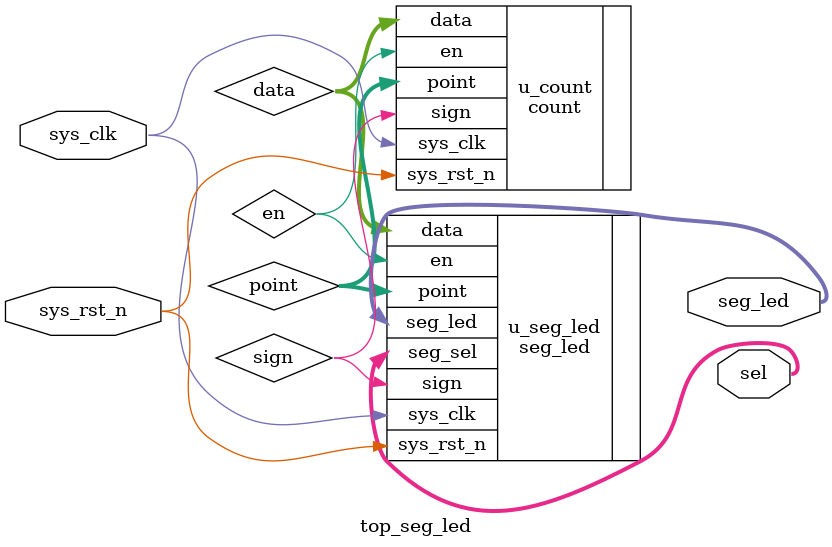
<source format=v>
/*******************************************************************************
@Author: H 
@Associated Filename: top_seg_led.v
@Purpose: top module of top_seg_led
@Device: All 
@Version: 1.0
@Data: 2021/09/10 18:06:44

*******************************************************************************/
module top_seg_led (
    input sys_clk,
    input sys_rst_n,

    output [5:0] sel,
    output [7:0] seg_led
);
    parameter TIME_SHOW = 25'd25000_000;
    wire [19:0] data;   // digital tube show up num
    wire [5:0] point;   // the Decimal point of num
    wire en;            // enable
    wire sign;          // num of Sign bit
    /*******************************************************************************
     *                                 Main Code
    *******************************************************************************/
    
    seg_led u_seg_led(
        .sys_clk(sys_clk),
        .sys_rst_n(sys_rst_n),

        .seg_sel(sel),
        .seg_led(seg_led),
        // user interface
        .data(data),
        .point(point),
        .en(en),
        .sign(sign)
    );

    // #(.MAX_NUM(TIME_SHOW)) here is to initialize as TIME_SHOW
    count u_count(
        // module block
        .sys_clk(sys_clk),
        .sys_rst_n(sys_rst_n),
        // user interface
        .data(data),
        .point(point),
        .en(en),
        .sign(sign)
        );
endmodule
</source>
